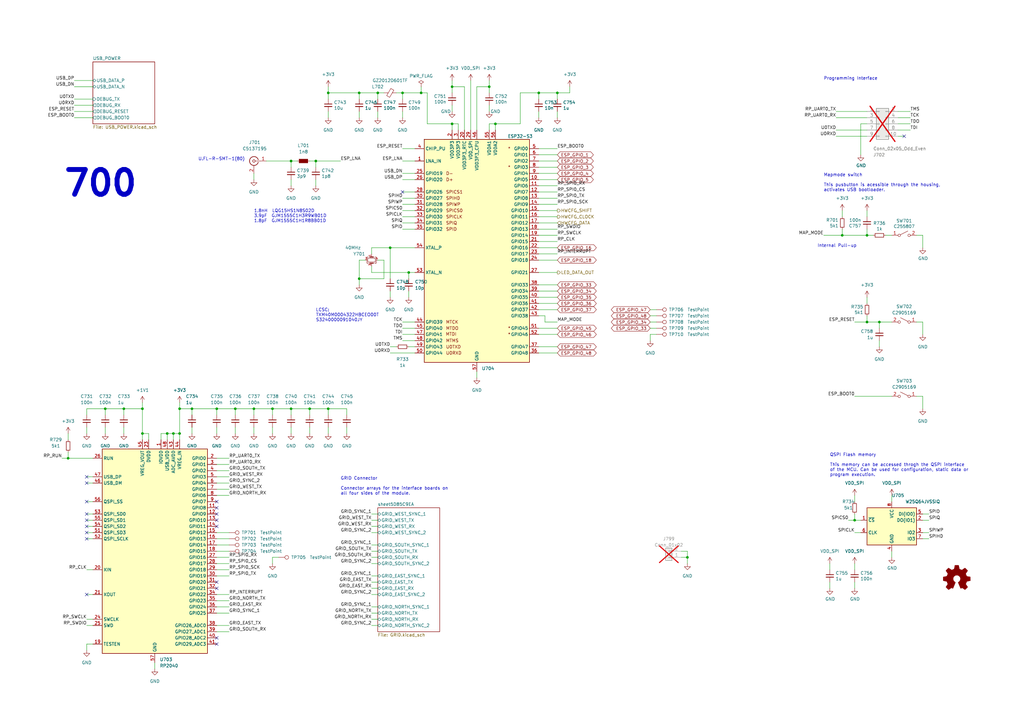
<source format=kicad_sch>
(kicad_sch (version 20231120) (generator "eeschema") (generator_version "8.0")
  (paper "A3")
  (junction (at 88.9 167.64))
  (junction (at 129.54 66.04))
  (junction (at 220.98 38.1))
  (junction (at 71.12 177.8))
  (junction (at 147.32 38.1))
  (junction (at 58.42 177.8))
  (junction (at 172.72 38.1))
  (junction (at 167.64 111.76))
  (junction (at 73.66 177.8))
  (junction (at 147.32 114.3))
  (junction (at 127 167.64))
  (junction (at 73.66 167.64))
  (junction (at 27.94 187.96))
  (junction (at 185.42 50.8))
  (junction (at 350.52 213.36))
  (junction (at 154.94 38.1))
  (junction (at 160.02 101.6))
  (junction (at 355.6 132.08))
  (junction (at 134.62 167.64))
  (junction (at 50.8 167.64))
  (junction (at 119.38 167.64))
  (junction (at 200.66 35.56))
  (junction (at 68.58 177.8))
  (junction (at 96.52 167.64))
  (junction (at 111.76 167.64))
  (junction (at 43.18 167.64))
  (junction (at 104.14 167.64))
  (junction (at 228.6 38.1))
  (junction (at 134.62 38.1))
  (junction (at 58.42 167.64))
  (junction (at 203.2 50.8))
  (junction (at 185.42 35.56))
  (junction (at 78.74 167.64))
  (junction (at 355.6 96.52))
  (junction (at 360.68 132.08))
  (junction (at 345.44 96.52))
  (junction (at 281.94 228.6))
  (junction (at 119.38 66.04))
  (junction (at 165.1 38.1))
  (no_connect (at 370.84 55.88))
  (no_connect (at 165.1 78.74))
  (no_connect (at 35.56 210.82))
  (no_connect (at 35.56 205.74))
  (no_connect (at 35.56 213.36))
  (no_connect (at 35.56 243.84))
  (no_connect (at 35.56 220.98))
  (no_connect (at 35.56 215.9))
  (no_connect (at 35.56 218.44))
  (no_connect (at 35.56 198.12))
  (no_connect (at 35.56 195.58))
  (no_connect (at 88.9 264.16))
  (no_connect (at 88.9 261.62))
  (no_connect (at 88.9 238.76))
  (no_connect (at 88.9 241.3))
  (no_connect (at 88.9 215.9))
  (no_connect (at 88.9 213.36))
  (no_connect (at 88.9 210.82))
  (no_connect (at 88.9 208.28))
  (no_connect (at 88.9 205.74))
  (wire (pts (xy 73.66 167.64) (xy 78.74 167.64)))
  (wire (pts (xy 355.6 121.92) (xy 355.6 124.46)))
  (wire (pts (xy 35.56 198.12) (xy 38.1 198.12)))
  (wire (pts (xy 88.9 218.44) (xy 93.98 218.44)))
  (wire (pts (xy 213.36 38.1) (xy 220.98 38.1)))
  (wire (pts (xy 119.38 175.26) (xy 119.38 177.8)))
  (wire (pts (xy 58.42 180.34) (xy 58.42 177.8)))
  (wire (pts (xy 27.94 187.96) (xy 38.1 187.96)))
  (wire (pts (xy 165.1 93.98) (xy 170.18 93.98)))
  (wire (pts (xy 203.2 50.8) (xy 203.2 53.34)))
  (wire (pts (xy 360.68 139.7) (xy 360.68 142.24)))
  (wire (pts (xy 167.64 111.76) (xy 167.64 114.3)))
  (wire (pts (xy 228.6 38.1) (xy 220.98 38.1)))
  (wire (pts (xy 73.66 180.34) (xy 73.66 177.8)))
  (wire (pts (xy 154.94 228.6) (xy 152.4 228.6)))
  (wire (pts (xy 127 175.26) (xy 127 177.8)))
  (wire (pts (xy 350.52 162.56) (xy 365.76 162.56)))
  (wire (pts (xy 58.42 177.8) (xy 58.42 167.64)))
  (wire (pts (xy 88.9 231.14) (xy 93.98 231.14)))
  (wire (pts (xy 355.6 93.98) (xy 355.6 96.52)))
  (wire (pts (xy 266.7 134.62) (xy 269.24 134.62)))
  (wire (pts (xy 147.32 38.1) (xy 154.94 38.1)))
  (wire (pts (xy 104.14 175.26) (xy 104.14 177.8)))
  (wire (pts (xy 360.68 132.08) (xy 355.6 132.08)))
  (wire (pts (xy 165.1 137.16) (xy 170.18 137.16)))
  (wire (pts (xy 43.18 167.64) (xy 50.8 167.64)))
  (wire (pts (xy 63.5 271.78) (xy 63.5 274.32)))
  (wire (pts (xy 88.9 226.06) (xy 93.98 226.06)))
  (wire (pts (xy 342.9 53.34) (xy 355.6 53.34)))
  (wire (pts (xy 233.68 35.56) (xy 233.68 38.1)))
  (wire (pts (xy 96.52 170.18) (xy 96.52 167.64)))
  (wire (pts (xy 220.98 106.68) (xy 228.6 106.68)))
  (wire (pts (xy 154.94 218.44) (xy 152.4 218.44)))
  (wire (pts (xy 152.4 104.14) (xy 152.4 101.6)))
  (wire (pts (xy 88.9 220.98) (xy 93.98 220.98)))
  (wire (pts (xy 220.98 63.5) (xy 228.6 63.5)))
  (wire (pts (xy 134.62 45.72) (xy 134.62 48.26)))
  (wire (pts (xy 220.98 119.38) (xy 228.6 119.38)))
  (wire (pts (xy 154.94 106.68) (xy 157.48 106.68)))
  (wire (pts (xy 203.2 50.8) (xy 213.36 50.8)))
  (wire (pts (xy 165.1 86.36) (xy 170.18 86.36)))
  (wire (pts (xy 160.02 101.6) (xy 170.18 101.6)))
  (wire (pts (xy 35.56 195.58) (xy 38.1 195.58)))
  (wire (pts (xy 88.9 246.38) (xy 93.98 246.38)))
  (wire (pts (xy 152.4 111.76) (xy 167.64 111.76)))
  (wire (pts (xy 279.4 228.6) (xy 281.94 228.6)))
  (wire (pts (xy 134.62 175.26) (xy 134.62 177.8)))
  (wire (pts (xy 353.06 50.8) (xy 353.06 63.5)))
  (wire (pts (xy 96.52 175.26) (xy 96.52 177.8)))
  (wire (pts (xy 88.9 248.92) (xy 93.98 248.92)))
  (wire (pts (xy 355.6 86.36) (xy 355.6 88.9)))
  (wire (pts (xy 365.76 203.2) (xy 365.76 205.74)))
  (wire (pts (xy 266.7 132.08) (xy 269.24 132.08)))
  (wire (pts (xy 35.56 210.82) (xy 38.1 210.82)))
  (wire (pts (xy 165.1 38.1) (xy 172.72 38.1)))
  (wire (pts (xy 220.98 144.78) (xy 228.6 144.78)))
  (wire (pts (xy 350.52 203.2) (xy 350.52 205.74)))
  (wire (pts (xy 30.48 40.64) (xy 38.1 40.64)))
  (wire (pts (xy 88.9 187.96) (xy 93.98 187.96)))
  (wire (pts (xy 378.46 162.56) (xy 375.92 162.56)))
  (wire (pts (xy 220.98 88.9) (xy 228.6 88.9)))
  (wire (pts (xy 35.56 220.98) (xy 38.1 220.98)))
  (wire (pts (xy 220.98 101.6) (xy 228.6 101.6)))
  (wire (pts (xy 378.46 218.44) (xy 381 218.44)))
  (wire (pts (xy 154.94 45.72) (xy 154.94 48.26)))
  (wire (pts (xy 35.56 213.36) (xy 38.1 213.36)))
  (wire (pts (xy 172.72 38.1) (xy 175.26 38.1)))
  (wire (pts (xy 88.9 259.08) (xy 93.98 259.08)))
  (wire (pts (xy 337.82 96.52) (xy 345.44 96.52)))
  (wire (pts (xy 35.56 233.68) (xy 38.1 233.68)))
  (wire (pts (xy 195.58 35.56) (xy 195.58 53.34)))
  (wire (pts (xy 104.14 170.18) (xy 104.14 167.64)))
  (wire (pts (xy 165.1 83.82) (xy 170.18 83.82)))
  (wire (pts (xy 147.32 106.68) (xy 149.86 106.68)))
  (wire (pts (xy 220.98 129.54) (xy 223.52 129.54)))
  (wire (pts (xy 88.9 223.52) (xy 93.98 223.52)))
  (wire (pts (xy 167.64 119.38) (xy 167.64 121.92)))
  (wire (pts (xy 68.58 177.8) (xy 71.12 177.8)))
  (wire (pts (xy 187.96 53.34) (xy 187.96 50.8)))
  (wire (pts (xy 345.44 93.98) (xy 345.44 96.52)))
  (wire (pts (xy 350.52 231.14) (xy 350.52 233.68)))
  (wire (pts (xy 154.94 223.52) (xy 152.4 223.52)))
  (wire (pts (xy 172.72 35.56) (xy 172.72 38.1)))
  (wire (pts (xy 88.9 200.66) (xy 93.98 200.66)))
  (wire (pts (xy 378.46 96.52) (xy 378.46 101.6)))
  (wire (pts (xy 167.64 142.24) (xy 170.18 142.24)))
  (wire (pts (xy 223.52 132.08) (xy 228.6 132.08)))
  (wire (pts (xy 111.76 167.64) (xy 119.38 167.64)))
  (wire (pts (xy 152.4 101.6) (xy 160.02 101.6)))
  (wire (pts (xy 35.56 175.26) (xy 35.56 177.8)))
  (wire (pts (xy 165.1 91.44) (xy 170.18 91.44)))
  (wire (pts (xy 154.94 241.3) (xy 152.4 241.3)))
  (wire (pts (xy 58.42 165.1) (xy 58.42 167.64)))
  (wire (pts (xy 228.6 60.96) (xy 220.98 60.96)))
  (wire (pts (xy 147.32 114.3) (xy 147.32 116.84)))
  (wire (pts (xy 134.62 167.64) (xy 142.24 167.64)))
  (wire (pts (xy 220.98 83.82) (xy 228.6 83.82)))
  (wire (pts (xy 109.22 66.04) (xy 119.38 66.04)))
  (wire (pts (xy 30.48 35.56) (xy 38.1 35.56)))
  (wire (pts (xy 88.9 198.12) (xy 93.98 198.12)))
  (wire (pts (xy 350.52 213.36) (xy 347.98 213.36)))
  (wire (pts (xy 88.9 228.6) (xy 93.98 228.6)))
  (wire (pts (xy 38.1 33.02) (xy 30.48 33.02)))
  (wire (pts (xy 35.56 256.54) (xy 38.1 256.54)))
  (wire (pts (xy 375.92 96.52) (xy 378.46 96.52)))
  (wire (pts (xy 350.52 132.08) (xy 355.6 132.08)))
  (wire (pts (xy 213.36 38.1) (xy 213.36 50.8)))
  (wire (pts (xy 88.9 170.18) (xy 88.9 167.64)))
  (wire (pts (xy 378.46 210.82) (xy 381 210.82)))
  (wire (pts (xy 281.94 226.06) (xy 279.4 226.06)))
  (wire (pts (xy 73.66 177.8) (xy 73.66 167.64)))
  (wire (pts (xy 165.1 81.28) (xy 170.18 81.28)))
  (wire (pts (xy 154.94 213.36) (xy 152.4 213.36)))
  (wire (pts (xy 355.6 129.54) (xy 355.6 132.08)))
  (wire (pts (xy 228.6 45.72) (xy 228.6 48.26)))
  (wire (pts (xy 353.06 218.44) (xy 350.52 218.44)))
  (wire (pts (xy 165.1 45.72) (xy 165.1 48.26)))
  (wire (pts (xy 190.5 35.56) (xy 190.5 53.34)))
  (wire (pts (xy 368.3 45.72) (xy 373.38 45.72)))
  (wire (pts (xy 185.42 35.56) (xy 185.42 38.1)))
  (wire (pts (xy 266.7 137.16) (xy 269.24 137.16)))
  (wire (pts (xy 160.02 144.78) (xy 170.18 144.78)))
  (wire (pts (xy 88.9 251.46) (xy 93.98 251.46)))
  (wire (pts (xy 370.84 55.88) (xy 368.3 55.88)))
  (wire (pts (xy 35.56 254) (xy 38.1 254)))
  (wire (pts (xy 165.1 60.96) (xy 170.18 60.96)))
  (wire (pts (xy 142.24 175.26) (xy 142.24 177.8)))
  (wire (pts (xy 43.18 170.18) (xy 43.18 167.64)))
  (wire (pts (xy 88.9 203.2) (xy 93.98 203.2)))
  (wire (pts (xy 129.54 66.04) (xy 127 66.04)))
  (wire (pts (xy 200.66 50.8) (xy 203.2 50.8)))
  (wire (pts (xy 111.76 175.26) (xy 111.76 177.8)))
  (wire (pts (xy 200.66 50.8) (xy 200.66 53.34)))
  (wire (pts (xy 119.38 66.04) (xy 121.92 66.04)))
  (wire (pts (xy 154.94 226.06) (xy 152.4 226.06)))
  (wire (pts (xy 160.02 119.38) (xy 160.02 121.92)))
  (wire (pts (xy 88.9 243.84) (xy 93.98 243.84)))
  (wire (pts (xy 30.48 43.18) (xy 38.1 43.18)))
  (wire (pts (xy 88.9 256.54) (xy 93.98 256.54)))
  (wire (pts (xy 30.48 48.26) (xy 38.1 48.26)))
  (wire (pts (xy 154.94 238.76) (xy 152.4 238.76)))
  (wire (pts (xy 165.1 134.62) (xy 170.18 134.62)))
  (wire (pts (xy 154.94 231.14) (xy 152.4 231.14)))
  (wire (pts (xy 378.46 167.64) (xy 378.46 162.56)))
  (wire (pts (xy 88.9 175.26) (xy 88.9 177.8)))
  (wire (pts (xy 147.32 38.1) (xy 147.32 40.64)))
  (wire (pts (xy 281.94 228.6) (xy 281.94 226.06)))
  (wire (pts (xy 185.42 43.18) (xy 185.42 45.72)))
  (wire (pts (xy 119.38 170.18) (xy 119.38 167.64)))
  (wire (pts (xy 104.14 71.12) (xy 104.14 73.66)))
  (wire (pts (xy 68.58 177.8) (xy 68.58 180.34)))
  (wire (pts (xy 35.56 170.18) (xy 35.56 167.64)))
  (wire (pts (xy 154.94 40.64) (xy 154.94 38.1)))
  (wire (pts (xy 185.42 50.8) (xy 175.26 50.8)))
  (wire (pts (xy 368.3 50.8) (xy 373.38 50.8)))
  (wire (pts (xy 220.98 137.16) (xy 228.6 137.16)))
  (wire (pts (xy 165.1 139.7) (xy 170.18 139.7)))
  (wire (pts (xy 154.94 243.84) (xy 152.4 243.84)))
  (wire (pts (xy 71.12 177.8) (xy 71.12 180.34)))
  (wire (pts (xy 342.9 48.26) (xy 355.6 48.26)))
  (wire (pts (xy 88.9 233.68) (xy 93.98 233.68)))
  (wire (pts (xy 160.02 142.24) (xy 162.56 142.24)))
  (wire (pts (xy 378.46 132.08) (xy 375.92 132.08)))
  (wire (pts (xy 154.94 236.22) (xy 152.4 236.22)))
  (wire (pts (xy 233.68 38.1) (xy 228.6 38.1)))
  (wire (pts (xy 35.56 167.64) (xy 43.18 167.64)))
  (wire (pts (xy 88.9 190.5) (xy 93.98 190.5)))
  (wire (pts (xy 342.9 45.72) (xy 355.6 45.72)))
  (wire (pts (xy 340.36 241.3) (xy 340.36 238.76)))
  (wire (pts (xy 60.96 180.34) (xy 60.96 177.8)))
  (wire (pts (xy 281.94 231.14) (xy 281.94 228.6)))
  (wire (pts (xy 96.52 167.64) (xy 104.14 167.64)))
  (wire (pts (xy 104.14 167.64) (xy 111.76 167.64)))
  (wire (pts (xy 27.94 185.42) (xy 27.94 187.96)))
  (wire (pts (xy 190.5 35.56) (xy 185.42 35.56)))
  (wire (pts (xy 220.98 38.1) (xy 220.98 40.64)))
  (wire (pts (xy 340.36 231.14) (xy 340.36 233.68)))
  (wire (pts (xy 35.56 215.9) (xy 38.1 215.9)))
  (wire (pts (xy 43.18 175.26) (xy 43.18 177.8)))
  (wire (pts (xy 165.1 88.9) (xy 170.18 88.9)))
  (wire (pts (xy 35.56 264.16) (xy 35.56 266.7)))
  (wire (pts (xy 127 167.64) (xy 134.62 167.64)))
  (wire (pts (xy 200.66 35.56) (xy 200.66 38.1)))
  (wire (pts (xy 154.94 256.54) (xy 152.4 256.54)))
  (wire (pts (xy 170.18 71.12) (xy 165.1 71.12)))
  (wire (pts (xy 152.4 210.82) (xy 154.94 210.82)))
  (wire (pts (xy 220.98 127) (xy 228.6 127)))
  (wire (pts (xy 152.4 111.76) (xy 152.4 109.22)))
  (wire (pts (xy 220.98 78.74) (xy 228.6 78.74)))
  (wire (pts (xy 147.32 45.72) (xy 147.32 48.26)))
  (wire (pts (xy 365.76 228.6) (xy 365.76 226.06)))
  (wire (pts (xy 220.98 93.98) (xy 228.6 93.98)))
  (wire (pts (xy 185.42 33.02) (xy 185.42 35.56)))
  (wire (pts (xy 134.62 170.18) (xy 134.62 167.64)))
  (wire (pts (xy 345.44 96.52) (xy 355.6 96.52)))
  (wire (pts (xy 154.94 248.92) (xy 152.4 248.92)))
  (wire (pts (xy 154.94 251.46) (xy 152.4 251.46)))
  (wire (pts (xy 50.8 167.64) (xy 58.42 167.64)))
  (wire (pts (xy 142.24 170.18) (xy 142.24 167.64)))
  (wire (pts (xy 220.98 71.12) (xy 228.6 71.12)))
  (wire (pts (xy 88.9 167.64) (xy 96.52 167.64)))
  (wire (pts (xy 378.46 213.36) (xy 381 213.36)))
  (wire (pts (xy 88.9 236.22) (xy 93.98 236.22)))
  (wire (pts (xy 165.1 78.74) (xy 170.18 78.74)))
  (wire (pts (xy 175.26 38.1) (xy 175.26 50.8)))
  (wire (pts (xy 35.56 243.84) (xy 38.1 243.84)))
  (wire (pts (xy 195.58 35.56) (xy 200.66 35.56)))
  (wire (pts (xy 88.9 193.04) (xy 93.98 193.04)))
  (wire (pts (xy 193.04 33.02) (xy 193.04 53.34)))
  (wire (pts (xy 220.98 134.62) (xy 228.6 134.62)))
  (wire (pts (xy 378.46 220.98) (xy 381 220.98)))
  (wire (pts (xy 129.54 66.04) (xy 139.7 66.04)))
  (wire (pts (xy 30.48 45.72) (xy 38.1 45.72)))
  (wire (pts (xy 220.98 81.28) (xy 228.6 81.28)))
  (wire (pts (xy 353.06 50.8) (xy 355.6 50.8)))
  (wire (pts (xy 25.4 187.96) (xy 27.94 187.96)))
  (wire (pts (xy 266.7 129.54) (xy 269.24 129.54)))
  (wire (pts (xy 119.38 66.04) (xy 119.38 68.58)))
  (wire (pts (xy 228.6 38.1) (xy 228.6 40.64)))
  (wire (pts (xy 373.38 48.26) (xy 368.3 48.26)))
  (wire (pts (xy 50.8 167.64) (xy 50.8 170.18)))
  (wire (pts (xy 170.18 73.66) (xy 165.1 73.66)))
  (wire (pts (xy 157.48 114.3) (xy 147.32 114.3)))
  (wire (pts (xy 147.32 114.3) (xy 147.32 106.68)))
  (wire (pts (xy 129.54 68.58) (xy 129.54 66.04)))
  (wire (pts (xy 35.56 205.74) (xy 38.1 205.74)))
  (wire (pts (xy 160.02 101.6) (xy 160.02 114.3)))
  (wire (pts (xy 220.98 86.36) (xy 228.6 86.36)))
  (wire (pts (xy 373.38 53.34) (xy 368.3 53.34)))
  (wire (pts (xy 78.74 175.26) (xy 78.74 177.8)))
  (wire (pts (xy 220.98 116.84) (xy 228.6 116.84)))
  (wire (pts (xy 71.12 177.8) (xy 73.66 177.8)))
  (wire (pts (xy 220.98 68.58) (xy 228.6 68.58)))
  (wire (pts (xy 345.44 86.36) (xy 345.44 88.9)))
  (wire (pts (xy 134.62 35.56) (xy 134.62 38.1)))
  (wire (pts (xy 350.52 241.3) (xy 350.52 238.76)))
  (wire (pts (xy 200.66 33.02) (xy 200.66 35.56)))
  (wire (pts (xy 266.7 139.7) (xy 266.7 137.16)))
  (wire (pts (xy 220.98 96.52) (xy 228.6 96.52)))
  (wire (pts (xy 195.58 152.4) (xy 195.58 154.94)))
  (wire (pts (xy 365.76 132.08) (xy 360.68 132.08)))
  (wire (pts (xy 220.98 111.76) (xy 228.6 111.76)))
  (wire (pts (xy 78.74 167.64) (xy 88.9 167.64)))
  (wire (pts (xy 127 170.18) (xy 127 167.64)))
  (wire (pts (xy 119.38 73.66) (xy 119.38 76.2)))
  (wire (pts (xy 165.1 66.04) (xy 170.18 66.04)))
  (wire (pts (xy 220.98 142.24) (xy 228.6 142.24)))
  (wire (pts (xy 355.6 96.52) (xy 358.14 96.52)))
  (wire (pts (xy 88.9 195.58) (xy 93.98 195.58)))
  (wire (pts (xy 60.96 177.8) (xy 58.42 177.8)))
  (wire (pts (xy 50.8 175.26) (xy 50.8 177.8)))
  (wire (pts (xy 187.96 50.8) (xy 185.42 50.8)))
  (wire (pts (xy 154.94 38.1) (xy 157.48 38.1)))
  (wire (pts (xy 165.1 38.1) (xy 165.1 40.64)))
  (wire (pts (xy 78.74 167.64) (xy 78.74 170.18)))
  (wire (pts (xy 157.48 106.68) (xy 157.48 114.3)))
  (wire (pts (xy 220.98 73.66) (xy 228.6 73.66)))
  (wire (pts (xy 220.98 99.06) (xy 228.6 99.06)))
  (wire (pts (xy 27.94 177.8) (xy 27.94 180.34)))
  (wire (pts (xy 167.64 111.76) (xy 170.18 111.76)))
  (wire (pts (xy 111.76 170.18) (xy 111.76 167.64)))
  (wire (pts (xy 220.98 45.72) (xy 220.98 48.26)))
  (wire (pts (xy 220.98 124.46) (xy 228.6 124.46)))
  (wire (pts (xy 266.7 127) (xy 269.24 127)))
  (wire (pts (xy 66.04 180.34) (xy 66.04 177.8)))
  (wire (pts (xy 129.54 73.66) (xy 129.54 76.2)))
  (wire (pts (xy 152.4 215.9) (xy 154.94 215.9)))
  (wire (pts (xy 35.56 218.44) (xy 38.1 218.44)))
  (wire (pts (xy 119.38 167.64) (xy 127 167.64)))
  (wire (pts (xy 220.98 66.04) (xy 228.6 66.04)))
  (wire (pts (xy 220.98 91.44) (xy 228.6 91.44)))
  (wire (pts (xy 220.98 121.92) (xy 228.6 121.92)))
  (wire (pts (xy 353.06 213.36) (xy 350.52 213.36)))
  (wire (pts (xy 154.94 254) (xy 152.4 254)))
  (wire (pts (xy 378.46 137.16) (xy 378.46 132.08)))
  (wire (pts (xy 73.66 165.1) (xy 73.66 167.64)))
  (wire (pts (xy 342.9 55.88) (xy 355.6 55.88)))
  (wire (pts (xy 162.56 38.1) (xy 165.1 38.1)))
  (wire (pts (xy 111.76 231.14) (xy 111.76 228.6)))
  (wire (pts (xy 200.66 43.18) (xy 200.66 45.72)))
  (wire (pts (xy 134.62 38.1) (xy 134.62 40.64)))
  (wire (pts (xy 185.42 50.8) (xy 185.42 53.34)))
  (wire (pts (xy 360.68 132.08) (xy 360.68 134.62)))
  (wire (pts (xy 350.52 210.82) (xy 350.52 213.36)))
  (wire (pts (xy 66.04 177.8) (xy 68.58 177.8)))
  (wire (pts (xy 35.56 264.16) (xy 38.1 264.16)))
  (wire (pts (xy 363.22 96.52) (xy 365.76 96.52)))
  (wire (pts (xy 165.1 132.08) (xy 170.18 132.08)))
  (wire (pts (xy 220.98 76.2) (xy 228.6 76.2)))
  (wire (pts (xy 220.98 104.14) (xy 228.6 104.14)))
  (wire (pts (xy 111.76 228.6) (xy 114.3 228.6)))
  (wire (pts (xy 134.62 38.1) (xy 147.32 38.1)))
  (wire (pts (xy 223.52 129.54) (xy 223.52 132.08)))
  (text "Mapmode switch\n\nThis pusbutton is acessible through the housing, \nactivates USB bootloader." (at 337.82 78.74 0) (effects (font (size 1.27 1.27)) (justify left bottom)))
  (text "700" (at 25.4 81.28 0) (effects (font (size 10.16 10.16) (thickness 2.032) (bold yes)) (justify left bottom)))
  (text "LCSC:\nTXM40M0004322HBCEO00T\nS3240000091040JY" (at 129.54 132.08 0) (effects (font (size 1.27 1.27)) (justify left bottom)))
  (text "1.8nH  LQG15HS1N8S02D\n3.9pF  GJM1555C1H3R9WB01D\n1.8pF  GJM1555C1H1R8BB01D" (at 104.14 91.44 0) (effects (font (size 1.27 1.27)) (justify left bottom)))
  (text "QSPI Flash memory\n\nThis memory can be accessed throgh the QSPI interface\nof the MCU. Can be used for configuration, static data or\nprogram execution." (at 340.36 195.58 0) (effects (font (size 1.27 1.27)) (justify left bottom)))
  (text "Internal Pull-up" (at 335.28 101.6 0) (effects (font (size 1.27 1.27)) (justify left bottom)))
  (text "GRID Connector\n\nConnector arrays for the interface boards on \nall four sides of the module." (at 139.7 203.2 0) (effects (font (size 1.27 1.27)) (justify left bottom)))
  (text "U.FL-R-SMT-1(80) " (at 81.28 66.04 0) (effects (font (size 1.27 1.27)) (justify left bottom)))
  (text "Programming Interface\n" (at 337.82 33.02 0) (effects (font (size 1.27 1.27)) (justify left bottom)))
  (label "RP_SPI0_CS" (at 93.98 231.14 0))
  (label "GRID_SYNC_1" (at 152.4 223.52 180))
  (label "GRID_EAST_TX" (at 93.98 256.54 0))
  (label "RP_SPI0_RX" (at 93.98 228.6 0))
  (label "GRID_SOUTH_TX" (at 152.4 226.06 180))
  (label "SPICS0" (at 165.1 86.36 180))
  (label "GRID_SYNC_2" (at 152.4 218.44 180))
  (label "GRID_NORTH_TX" (at 93.98 246.38 0))
  (label "GRID_NORTH_TX" (at 152.4 251.46 180))
  (label "GRID_SYNC_2" (at 152.4 256.54 180))
  (label "MAP_MODE" (at 337.82 96.52 180))
  (label "U0TXD" (at 160.02 142.24 180))
  (label "SPICS0" (at 347.98 213.36 180))
  (label "TMS" (at 165.1 139.7 180))
  (label "TCK" (at 165.1 132.08 180))
  (label "GRID_NORTH_RX" (at 93.98 203.2 0))
  (label "RP_SWCLK" (at 35.56 254 180))
  (label "RP_SPI0_RX" (at 228.6 76.2 0))
  (label "GRID_SYNC_1" (at 152.4 210.82 180))
  (label "SPIQ" (at 165.1 91.44 180))
  (label "RP_SPI0_TX" (at 93.98 236.22 0))
  (label "GRID_SYNC_1" (at 152.4 236.22 180))
  (label "U0RXD" (at 160.02 144.78 180))
  (label "TDO" (at 165.1 134.62 180))
  (label "U0RXD" (at 342.9 55.88 180))
  (label "USB_DP" (at 30.48 33.02 180))
  (label "GRID_SOUTH_RX" (at 93.98 259.08 0))
  (label "GRID_SYNC_2" (at 152.4 243.84 180))
  (label "SPIQ" (at 381 213.36 0))
  (label "RP_SPI0_TX" (at 228.6 81.28 0))
  (label "GRID_WEST_RX" (at 152.4 215.9 180))
  (label "GRID_WEST_RX" (at 93.98 195.58 0))
  (label "RP_SWDIO" (at 228.6 93.98 0))
  (label "RP_SWDIO" (at 35.56 256.54 180))
  (label "RP_CLK" (at 35.56 233.68 180))
  (label "RP_SWCLK" (at 228.6 96.52 0))
  (label "RP_SPI0_SCK" (at 93.98 233.68 0))
  (label "RP_UART0_TX" (at 93.98 187.96 0))
  (label "SPID" (at 165.1 93.98 180))
  (label "U0TXD" (at 342.9 53.34 180))
  (label "SPID" (at 381 210.82 0))
  (label "ESP_BOOT0" (at 228.6 60.96 0))
  (label "TDO" (at 373.38 50.8 0))
  (label "TDI" (at 165.1 137.16 180))
  (label "GRID_WEST_TX" (at 93.98 200.66 0))
  (label "RP_INTERRUPT" (at 228.6 104.14 0))
  (label "USB_DN" (at 30.48 35.56 180))
  (label "RP_SPI0_SCK" (at 228.6 83.82 0))
  (label "GRID_EAST_RX" (at 93.98 248.92 0))
  (label "USB_DN" (at 165.1 71.12 180))
  (label "SPIHD" (at 165.1 81.28 180))
  (label "ESP_RESET" (at 165.1 60.96 180))
  (label "TMS" (at 373.38 45.72 0))
  (label "SPIHD" (at 381 220.98 0))
  (label "ESP_LNA" (at 139.7 66.04 0))
  (label "ESP_BOOT0" (at 350.52 162.56 180))
  (label "RP_UART0_TX" (at 342.9 45.72 180))
  (label "RP_INTERRUPT" (at 93.98 243.84 0))
  (label "ESP_BOOT0" (at 30.48 48.26 180))
  (label "GRID_EAST_RX" (at 152.4 241.3 180))
  (label "USB_DP" (at 165.1 73.66 180))
  (label "U0RXD" (at 30.48 43.18 180))
  (label "GRID_SOUTH_TX" (at 93.98 193.04 0))
  (label "GRID_EAST_TX" (at 152.4 238.76 180))
  (label "SPICLK" (at 350.52 218.44 180))
  (label "RP_SPI0_CS" (at 228.6 78.74 0))
  (label "RP_UART0_RX" (at 342.9 48.26 180))
  (label "TCK" (at 373.38 48.26 0))
  (label "RP_RUN" (at 25.4 187.96 180))
  (label "ESP_RESET" (at 30.48 45.72 180))
  (label "RP_CLK" (at 228.6 99.06 0))
  (label "TDI" (at 373.38 53.34 0))
  (label "GRID_SYNC_1" (at 93.98 251.46 0))
  (label "ESP_RESET" (at 350.52 132.08 180))
  (label "GRID_SOUTH_RX" (at 152.4 228.6 180))
  (label "SPIWP" (at 165.1 83.82 180))
  (label "MAP_MODE" (at 228.6 132.08 0))
  (label "SPICLK" (at 165.1 88.9 180))
  (label "ESP_LNA" (at 165.1 66.04 180))
  (label "GRID_SYNC_1" (at 152.4 248.92 180))
  (label "RP_UART0_RX" (at 93.98 190.5 0))
  (label "U0TXD" (at 30.48 40.64 180))
  (label "SPIWP" (at 381 218.44 0))
  (label "GRID_NORTH_RX" (at 152.4 254 180))
  (label "GRID_SYNC_2" (at 93.98 198.12 0))
  (label "GRID_SYNC_2" (at 152.4 231.14 180))
  (label "GRID_WEST_TX" (at 152.4 213.36 180))
  (global_label "ESP_GPIO_33" (shape bidirectional) (at 228.6 116.84 0) (property "Intersheetrefs" "${INTERSHEET_REFS}" (effects (hide yes))))
  (global_label "ESP_GPIO_16" (shape bidirectional) (at 228.6 101.6 0) (property "Intersheetrefs" "${INTERSHEET_REFS}" (effects (hide yes))))
  (global_label "ESP_GPIO_34" (shape bidirectional) (at 266.7 132.08 180) (property "Intersheetrefs" "${INTERSHEET_REFS}" (effects (hide yes))))
  (global_label "ESP_GPIO_47" (shape bidirectional) (at 266.7 127 180) (property "Intersheetrefs" "${INTERSHEET_REFS}" (effects (hide yes))))
  (global_label "ESP_GPIO_48" (shape bidirectional) (at 228.6 144.78 0) (property "Intersheetrefs" "${INTERSHEET_REFS}" (effects (hide yes))))
  (global_label "ESP_GPIO_2" (shape bidirectional) (at 228.6 66.04 0) (property "Intersheetrefs" "${INTERSHEET_REFS}" (effects (hide yes))))
  (global_label "ESP_GPIO_4" (shape bidirectional) (at 228.6 71.12 0) (property "Intersheetrefs" "${INTERSHEET_REFS}" (effects (hide yes))))
  (global_label "ESP_GPIO_1" (shape bidirectional) (at 228.6 63.5 0) (property "Intersheetrefs" "${INTERSHEET_REFS}" (effects (hide yes))))
  (global_label "ESP_GPIO_45" (shape bidirectional) (at 228.6 134.62 0) (property "Intersheetrefs" "${INTERSHEET_REFS}" (effects (hide yes))))
  (global_label "ESP_GPIO_36" (shape bidirectional) (at 228.6 124.46 0) (property "Intersheetrefs" "${INTERSHEET_REFS}" (effects (hide yes))))
  (global_label "ESP_GPIO_18" (shape bidirectional) (at 228.6 106.68 0) (property "Intersheetrefs" "${INTERSHEET_REFS}" (effects (hide yes))))
  (global_label "ESP_GPIO_5" (shape bidirectional) (at 228.6 73.66 0) (property "Intersheetrefs" "${INTERSHEET_REFS}" (effects (hide yes))))
  (global_label "ESP_GPIO_46" (shape bidirectional) (at 228.6 137.16 0) (property "Intersheetrefs" "${INTERSHEET_REFS}" (effects (hide yes))))
  (global_label "ESP_GPIO_48" (shape bidirectional) (at 266.7 129.54 180) (property "Intersheetrefs" "${INTERSHEET_REFS}" (effects (hide yes))))
  (global_label "ESP_GPIO_33" (shape bidirectional) (at 266.7 134.62 180) (property "Intersheetrefs" "${INTERSHEET_REFS}" (effects (hide yes))))
  (global_label "ESP_GPIO_35" (shape bidirectional) (at 228.6 121.92 0) (property "Intersheetrefs" "${INTERSHEET_REFS}" (effects (hide yes))))
  (global_label "ESP_GPIO_34" (shape bidirectional) (at 228.6 119.38 0) (property "Intersheetrefs" "${INTERSHEET_REFS}" (effects (hide yes))))
  (global_label "ESP_GPIO_3" (shape bidirectional) (at 228.6 68.58 0) (property "Intersheetrefs" "${INTERSHEET_REFS}" (effects (hide yes))))
  (global_label "ESP_GPIO_47" (shape bidirectional) (at 228.6 142.24 0) (property "Intersheetrefs" "${INTERSHEET_REFS}" (effects (hide yes))))
  (global_label "ESP_GPIO_37" (shape bidirectional) (at 228.6 127 0) (property "Intersheetrefs" "${INTERSHEET_REFS}" (effects (hide yes))))
  (hierarchical_label "HWCFG_CLOCK" (shape output) (at 228.6 88.9 0))
  (hierarchical_label "HWCFG_DATA" (shape input) (at 228.6 91.44 0))
  (hierarchical_label "HWCFG_SHIFT" (shape output) (at 228.6 86.36 0))
  (hierarchical_label "LED_DATA_OUT" (shape output) (at 228.6 111.76 0))
  (symbol (lib_id "suku_basics:U_FLASH_W25Q16JVSSIQ") (at 365.76 215.9 0) (unit 1)
    (property "Reference" "U705" (at 368.3 203.2 0))
    (property "Value" "W25Q64JVSSIQ" (at 378.46 205.74 0))
    (property "Footprint" "suku_basics:SOIC-8W_FLASH" (effects (hide yes)))
    (property "Datasheet" "http://www.winbond.com/resource-files/w25q32jv%20revg%2003272018%20plus.pdf" (effects (hide yes)))
  )
  (symbol (lib_id "suku_basics:CAP") (at 350.52 236.22 0) (unit 1)
    (property "Reference" "C756" (at 352.8568 235.0516 0) (effects (justify left)))
    (property "Value" "100n" (at 352.8568 237.363 0) (effects (justify left)))
    (property "Footprint" "suku_basics:CAP_0402" (effects (hide yes)))
  )
  (symbol (lib_id "power:GND") (at 365.76 228.6 0) (unit 1)
    (property "Reference" "#PWR0843" (effects (hide yes)))
    (property "Value" "GND" (at 365.887 232.9942 0))
  )
  (symbol (lib_id "power:GND") (at 350.52 241.3 0) (unit 1)
    (property "Reference" "#PWR0838" (effects (hide yes)))
    (property "Value" "GND" (at 350.647 245.6942 0))
  )
  (symbol (lib_id "Switch:SW_SPST") (at 370.84 96.52 0) (unit 1)
    (property "Reference" "SW701" (at 370.84 90.551 0))
    (property "Value" "C255807" (at 370.84 92.8624 0))
    (property "Footprint" "suku_basics:SW_HYP_MAPMODE" (effects (hide yes)))
  )
  (symbol (lib_id "suku_basics:RES") (at 360.68 96.52 270) (unit 1)
    (property "Reference" "R736" (at 360.68 91.5416 90))
    (property "Value" "1k" (at 360.68 93.853 90))
    (property "Footprint" "suku_basics:RES_0402" (effects (hide yes)))
  )
  (symbol (lib_id "power:GND") (at 378.46 101.6 0) (unit 1)
    (property "Reference" "#PWR0844" (effects (hide yes)))
    (property "Value" "GND" (at 378.587 105.9942 0))
  )
  (symbol (lib_id "suku_basics:CAP") (at 355.6 91.44 180) (unit 1)
    (property "Reference" "C757" (at 353.2632 92.6084 0) (effects (justify left)))
    (property "Value" "100n" (at 353.2632 90.297 0) (effects (justify left)))
    (property "Footprint" "suku_basics:CAP_0402" (effects (hide yes)))
  )
  (symbol (lib_id "Connector:TestPoint") (at 269.24 137.16 270) (unit 1)
    (property "Reference" "TP710" (at 274.32 137.16 90) (effects (justify left)))
    (property "Value" "TestPoint" (at 281.94 137.16 90) (effects (justify left)))
    (property "Footprint" "TestPoint:TestPoint_Pad_1.0x1.0mm" (effects (hide yes)))
  )
  (symbol (lib_id "Connector:TestPoint") (at 93.98 226.06 270) (unit 1)
    (property "Reference" "TP704" (at 99.06 226.06 90) (effects (justify left)))
    (property "Value" "TestPoint" (at 106.68 226.06 90) (effects (justify left)))
    (property "Footprint" "TestPoint:TestPoint_Pad_D1.0mm" (effects (hide yes)))
  )
  (symbol (lib_id "suku_basics:CAP") (at 142.24 172.72 0) (unit 1)
    (property "Reference" "C745" (at 139.7 162.56 0) (effects (justify left)))
    (property "Value" "100n" (at 139.7 165.1 0) (effects (justify left)))
    (property "Footprint" "suku_basics:CAP_0402" (effects (hide yes)))
  )
  (symbol (lib_id "suku_basics:CAP") (at 200.66 40.64 0) (unit 1)
    (property "Reference" "C752" (at 202.9968 39.4716 0) (effects (justify left)))
    (property "Value" "100n" (at 202.9968 41.783 0) (effects (justify left)))
    (property "Footprint" "suku_basics:CAP_0402" (effects (hide yes)))
  )
  (symbol (lib_id "power:GND") (at 63.5 274.32 0) (unit 1)
    (property "Reference" "#PWR0799" (effects (hide yes)))
    (property "Value" "GND" (at 63.5 279.4 0))
  )
  (symbol (lib_id "power:GND") (at 43.18 177.8 0) (unit 1)
    (property "Reference" "#PWR0796" (effects (hide yes)))
    (property "Value" "GND" (at 43.18 182.88 0))
  )
  (symbol (lib_id "power:+3V3") (at 355.6 121.92 0) (unit 1)
    (property "Reference" "#PWR0835" (effects (hide yes)))
    (property "Value" "+3V3" (at 355.6 116.84 0))
  )
  (symbol (lib_id "suku_basics:VDD_SPI") (at 365.76 203.2 0) (unit 1)
    (property "Reference" "#PWR0842" (effects (hide yes)))
    (property "Value" "VDD_SPI" (at 365.76 198.12 0))
  )
  (symbol (lib_id "suku_basics:CAP") (at 111.76 172.72 0) (unit 1)
    (property "Reference" "C738" (at 109.22 162.56 0) (effects (justify left)))
    (property "Value" "100n" (at 109.22 165.1 0) (effects (justify left)))
    (property "Footprint" "suku_basics:CAP_0402" (effects (hide yes)))
  )
  (symbol (lib_id "suku_basics:RP2040") (at 63.5 226.06 0) (unit 1)
    (property "Reference" "U703" (at 65.5194 270.51 0) (effects (justify left)))
    (property "Value" "RP2040" (at 65.5194 273.05 0) (effects (justify left)))
    (property "Footprint" "suku_basics:RP2040_QFN-56-1EP_7x7mm_P0.4mm_EP3.2x3.2mm" (effects (hide yes)))
    (property "Datasheet" "https://datasheets.raspberrypi.com/rp2040/rp2040-datasheet.pdf" (effects (hide yes)))
  )
  (symbol (lib_id "power:GND") (at 195.58 154.94 0) (unit 1)
    (property "Reference" "#PWR0825" (effects (hide yes)))
    (property "Value" "GND" (at 195.58 160.02 0))
  )
  (symbol (lib_id "Connector:TestPoint") (at 93.98 223.52 270) (unit 1)
    (property "Reference" "TP703" (at 99.06 223.52 90) (effects (justify left)))
    (property "Value" "TestPoint" (at 106.68 223.52 90) (effects (justify left)))
    (property "Footprint" "TestPoint:TestPoint_Pad_D1.0mm" (effects (hide yes)))
  )
  (symbol (lib_id "suku_basics:CAP") (at 165.1 43.18 0) (unit 1)
    (property "Reference" "C749" (at 167.4368 42.0116 0) (effects (justify left)))
    (property "Value" "100n" (at 167.4368 44.323 0) (effects (justify left)))
    (property "Footprint" "suku_basics:CAP_0402" (effects (hide yes)))
  )
  (symbol (lib_id "power:GND") (at 35.56 266.7 0) (unit 1)
    (property "Reference" "#PWR0795" (effects (hide yes)))
    (property "Value" "GND" (at 35.56 271.78 0))
  )
  (symbol (lib_id "Switch:SW_SPST") (at 370.84 132.08 0) (mirror y) (unit 1)
    (property "Reference" "SW702" (at 370.84 125.73 0))
    (property "Value" "C2905169" (at 370.84 128.27 0))
    (property "Footprint" "suku_basics:SW_SPST_CK_RS282G05A3" (effects (hide yes)))
  )
  (symbol (lib_id "suku_basics:CAP") (at 78.74 172.72 0) (unit 1)
    (property "Reference" "C734" (at 76.2 162.56 0) (effects (justify left)))
    (property "Value" "1u" (at 76.2 165.1 0) (effects (justify left)))
    (property "Footprint" "suku_basics:CAP_0402" (effects (hide yes)))
  )
  (symbol (lib_id "power:GND") (at 340.36 241.3 0) (unit 1)
    (property "Reference" "#PWR0834" (effects (hide yes)))
    (property "Value" "GND" (at 340.487 245.6942 0))
  )
  (symbol (lib_id "suku_basics:CAP") (at 35.56 172.72 0) (unit 1)
    (property "Reference" "C731" (at 33.02 162.56 0) (effects (justify left)))
    (property "Value" "100n" (at 33.02 165.1 0) (effects (justify left)))
    (property "Footprint" "suku_basics:CAP_0402" (effects (hide yes)))
  )
  (symbol (lib_id "suku_basics:INDUCTOR") (at 124.46 66.04 90) (unit 1)
    (property "Reference" "L701" (at 124.46 59.69 90))
    (property "Value" "1n8" (at 124.46 62.23 90))
    (property "Footprint" "suku_basics:IND_0402" (effects (hide yes)))
  )
  (symbol (lib_id "suku_basics:CAP") (at 147.32 43.18 0) (unit 1)
    (property "Reference" "C746" (at 149.6568 42.0116 0) (effects (justify left)))
    (property "Value" "1u" (at 149.6568 44.323 0) (effects (justify left)))
    (property "Footprint" "suku_basics:CAP_0402" (effects (hide yes)))
  )
  (symbol (lib_id "power:GND") (at 134.62 177.8 0) (unit 1)
    (property "Reference" "#PWR0814" (effects (hide yes)))
    (property "Value" "GND" (at 134.62 182.88 0))
  )
  (symbol (lib_id "power:GND") (at 165.1 48.26 0) (unit 1)
    (property "Reference" "#PWR0820" (effects (hide yes)))
    (property "Value" "GND" (at 165.1 53.34 0))
  )
  (symbol (lib_id "Connector:TestPoint") (at 269.24 132.08 270) (unit 1)
    (property "Reference" "TP708" (at 274.32 132.08 90) (effects (justify left)))
    (property "Value" "TestPoint" (at 281.94 132.08 90) (effects (justify left)))
    (property "Footprint" "TestPoint:TestPoint_Pad_D1.0mm" (effects (hide yes)))
  )
  (symbol (lib_id "Connector:TestPoint") (at 269.24 129.54 270) (unit 1)
    (property "Reference" "TP707" (at 274.32 129.54 90) (effects (justify left)))
    (property "Value" "TestPoint" (at 281.94 129.54 90) (effects (justify left)))
    (property "Footprint" "TestPoint:TestPoint_Pad_D1.0mm" (effects (hide yes)))
  )
  (symbol (lib_id "power:GND") (at 104.14 177.8 0) (unit 1)
    (property "Reference" "#PWR0805" (effects (hide yes)))
    (property "Value" "GND" (at 104.14 182.88 0))
  )
  (symbol (lib_id "power:GND") (at 147.32 116.84 0) (unit 1)
    (property "Reference" "#PWR0817" (effects (hide yes)))
    (property "Value" "GND" (at 147.32 121.92 0))
  )
  (symbol (lib_id "suku_basics:OSHWA") (at 392.43 237.49 0) (unit 1) (in_bom no)
    (property "Reference" "LOGO701" (effects (hide yes)))
    (property "Value" "OSHWA" (effects (hide yes)))
    (property "Footprint" "suku_basics:OSHWA" (effects (hide yes)))
  )
  (symbol (lib_id "suku_basics:CAP") (at 119.38 172.72 0) (unit 1)
    (property "Reference" "C740" (at 116.84 162.56 0) (effects (justify left)))
    (property "Value" "100n" (at 116.84 165.1 0) (effects (justify left)))
    (property "Footprint" "suku_basics:CAP_0402" (effects (hide yes)))
  )
  (symbol (lib_id "power:GND") (at 78.74 177.8 0) (unit 1)
    (property "Reference" "#PWR0801" (effects (hide yes)))
    (property "Value" "GND" (at 78.74 182.88 0))
  )
  (symbol (lib_id "power:GND") (at 104.14 73.66 0) (unit 1)
    (property "Reference" "#PWR0804" (effects (hide yes)))
    (property "Value" "GND" (at 104.14 78.74 0))
  )
  (symbol (lib_id "power:GND") (at 200.66 45.72 0) (unit 1)
    (property "Reference" "#PWR0827" (effects (hide yes)))
    (property "Value" "GND" (at 203.2 45.72 0))
  )
  (symbol (lib_id "suku_basics:CAP") (at 167.64 116.84 0) (unit 1)
    (property "Reference" "C750" (at 170.18 115.5762 0) (effects (justify left)))
    (property "Value" "10p" (at 170.18 118.1162 0) (effects (justify left)))
    (property "Footprint" "suku_basics:CAP_0402" (effects (hide yes)))
  )
  (symbol (lib_id "suku_basics:ESP32_XTAL") (at 152.4 106.68 270) (unit 1)
    (property "Reference" "Y701" (at 147.32 104.14 90))
    (property "Value" "40MHz" (at 144.78 101.6 90))
    (property "Footprint" "Crystal:Crystal_SMD_Abracon_ABM8G-4Pin_3.2x2.5mm" (effects (hide yes)))
  )
  (symbol (lib_id "power:GND") (at 142.24 177.8 0) (unit 1)
    (property "Reference" "#PWR0815" (effects (hide yes)))
    (property "Value" "GND" (at 142.24 182.88 0))
  )
  (symbol (lib_id "power:GND") (at 353.06 63.5 0) (unit 1)
    (property "Reference" "#PWR0839" (effects (hide yes)))
    (property "Value" "GND" (at 353.187 67.8942 0))
  )
  (symbol (lib_id "suku_basics:CAP") (at 134.62 43.18 0) (unit 1)
    (property "Reference" "C743" (at 136.9568 42.0116 0) (effects (justify left)))
    (property "Value" "10u" (at 136.9568 44.323 0) (effects (justify left)))
    (property "Footprint" "suku_basics:CAP_0402" (effects (hide yes)))
  )
  (symbol (lib_id "Connector_Generic:Conn_02x05_Odd_Even") (at 360.68 50.8 0) (unit 1) (in_bom no) (dnp yes)
    (property "Reference" "J702" (at 358.14 63.5 0) (effects (justify left)))
    (property "Value" "Conn_02x05_Odd_Even" (at 358.14 60.96 0) (effects (justify left)))
    (property "Footprint" "Connector_PinHeader_1.27mm:PinHeader_2x05_P1.27mm_Vertical" (effects (hide yes)))
  )
  (symbol (lib_id "power:GND") (at 228.6 48.26 0) (unit 1)
    (property "Reference" "#PWR0829" (effects (hide yes)))
    (property "Value" "GND" (at 228.6 53.34 0))
  )
  (symbol (lib_id "power:GND") (at 147.32 48.26 0) (unit 1)
    (property "Reference" "#PWR0816" (effects (hide yes)))
    (property "Value" "GND" (at 147.32 53.34 0))
  )
  (symbol (lib_id "suku_basics:RES") (at 345.44 91.44 0) (mirror y) (unit 1)
    (property "Reference" "R701" (at 343.9414 90.2716 0) (effects (justify left)))
    (property "Value" "5k1" (at 343.9414 92.583 0) (effects (justify left)))
    (property "Footprint" "suku_basics:RES_0402" (effects (hide yes)))
  )
  (symbol (lib_id "power:+3V3") (at 355.6 86.36 0) (unit 1)
    (property "Reference" "#PWR0840" (effects (hide yes)))
    (property "Value" "+3V3" (at 355.6 81.28 0))
  )
  (symbol (lib_id "suku_basics:VDD_SPI") (at 350.52 203.2 0) (unit 1)
    (property "Reference" "#PWR0836" (effects (hide yes)))
    (property "Value" "VDD_SPI" (at 350.52 198.12 0))
  )
  (symbol (lib_id "suku_basics:CAP") (at 129.54 71.12 0) (unit 1)
    (property "Reference" "C742" (at 131.8768 69.9516 0) (effects (justify left)))
    (property "Value" "1p8" (at 131.8768 72.263 0) (effects (justify left)))
    (property "Footprint" "suku_basics:CAP_0402" (effects (hide yes)))
  )
  (symbol (lib_id "suku_basics:CAP") (at 88.9 172.72 0) (unit 1)
    (property "Reference" "C735" (at 86.36 162.56 0) (effects (justify left)))
    (property "Value" "100n" (at 86.36 165.1 0) (effects (justify left)))
    (property "Footprint" "suku_basics:CAP_0402" (effects (hide yes)))
  )
  (symbol (lib_id "Connector_Generic:Conn_01x02") (at 274.32 228.6 180) (unit 1) (in_bom no) (dnp yes)
    (property "Reference" "J799" (at 274.32 220.98 0))
    (property "Value" "Conn_01x02" (at 274.32 223.52 0))
    (property "Footprint" "suku_basics:OscilloscopeGround" (effects (hide yes)))
    (instances (project "PCBA-EF44" (path "" (reference "J799") (unit 1))) (project "MIDI_Host" (path "" (reference "J3") (unit 1))))
  )
  (symbol (lib_id "suku_basics:CAP") (at 50.8 172.72 0) (unit 1)
    (property "Reference" "C733" (at 48.26 162.56 0) (effects (justify left)))
    (property "Value" "1u" (at 48.26 165.1 0) (effects (justify left)))
    (property "Footprint" "suku_basics:CAP_0402" (effects (hide yes)))
  )
  (symbol (lib_id "power:GND") (at 88.9 177.8 0) (unit 1)
    (property "Reference" "#PWR0802" (effects (hide yes)))
    (property "Value" "GND" (at 88.9 182.88 0))
  )
  (symbol (lib_id "power:+3V3") (at 73.66 165.1 0) (unit 1)
    (property "Reference" "#PWR0800" (effects (hide yes)))
    (property "Value" "+3V3" (at 73.66 160.02 0))
  )
  (symbol (lib_id "power:GND") (at 220.98 48.26 0) (unit 1)
    (property "Reference" "#PWR0828" (effects (hide yes)))
    (property "Value" "GND" (at 220.98 53.34 0))
  )
  (symbol (lib_id "power:+3V3") (at 27.94 177.8 0) (unit 1)
    (property "Reference" "#PWR0793" (effects (hide yes)))
    (property "Value" "+3V3" (at 27.94 172.72 0))
  )
  (symbol (lib_id "power:GND") (at 119.38 177.8 0) (unit 1)
    (property "Reference" "#PWR0809" (effects (hide yes)))
    (property "Value" "GND" (at 119.38 182.88 0))
  )
  (symbol (lib_id "power:GND") (at 378.46 137.16 0) (mirror y) (unit 1)
    (property "Reference" "#PWR0845" (effects (hide yes)))
    (property "Value" "GND" (at 378.46 142.24 0))
  )
  (symbol (lib_id "power:GND") (at 96.52 177.8 0) (unit 1)
    (property "Reference" "#PWR0803" (effects (hide yes)))
    (property "Value" "GND" (at 96.52 182.88 0))
  )
  (symbol (lib_id "suku_basics:CAP") (at 154.94 43.18 0) (unit 1)
    (property "Reference" "C747" (at 157.2768 42.0116 0) (effects (justify left)))
    (property "Value" "100n" (at 157.2768 44.323 0) (effects (justify left)))
    (property "Footprint" "suku_basics:CAP_0402" (effects (hide yes)))
  )
  (symbol (lib_id "Connector:TestPoint") (at 114.3 228.6 270) (unit 1)
    (property "Reference" "TP705" (at 119.38 228.6 90) (effects (justify left)))
    (property "Value" "TestPoint" (at 127 228.6 90) (effects (justify left)))
    (property "Footprint" "TestPoint:TestPoint_Pad_1.0x1.0mm" (effects (hide yes)))
  )
  (symbol (lib_id "suku_basics:CAP") (at 43.18 172.72 0) (unit 1)
    (property "Reference" "C732" (at 40.64 162.56 0) (effects (justify left)))
    (property "Value" "100n" (at 40.64 165.1 0) (effects (justify left)))
    (property "Footprint" "suku_basics:CAP_0402" (effects (hide yes)))
  )
  (symbol (lib_id "power:+3V3") (at 200.66 33.02 0) (unit 1)
    (property "Reference" "#PWR0826" (effects (hide yes)))
    (property "Value" "+3V3" (at 200.66 27.94 0))
  )
  (symbol (lib_id "power:GND") (at 127 177.8 0) (unit 1)
    (property "Reference" "#PWR0810" (effects (hide yes)))
    (property "Value" "GND" (at 127 182.88 0))
  )
  (symbol (lib_id "suku_basics:VDD_SPI") (at 193.04 33.02 0) (unit 1)
    (property "Reference" "#PWR0824" (effects (hide yes)))
    (property "Value" "VDD_SPI" (at 193.04 27.94 0))
  )
  (symbol (lib_id "Connector:TestPoint") (at 93.98 220.98 270) (unit 1)
    (property "Reference" "TP702" (at 99.06 220.98 90) (effects (justify left)))
    (property "Value" "TestPoint" (at 106.68 220.98 90) (effects (justify left)))
    (property "Footprint" "TestPoint:TestPoint_Pad_D1.0mm" (effects (hide yes)))
  )
  (symbol (lib_id "power:GND") (at 111.76 177.8 0) (unit 1)
    (property "Reference" "#PWR0806" (effects (hide yes)))
    (property "Value" "GND" (at 111.76 182.88 0))
  )
  (symbol (lib_id "power:GND") (at 266.7 139.7 0) (unit 1)
    (property "Reference" "#PWR0831" (effects (hide yes)))
    (property "Value" "GND" (at 266.7 144.78 0))
  )
  (symbol (lib_id "power:GND") (at 360.68 142.24 0) (mirror y) (unit 1)
    (property "Reference" "#PWR0841" (effects (hide yes)))
    (property "Value" "GND" (at 360.68 147.32 0))
  )
  (symbol (lib_id "power:GND") (at 50.8 177.8 0) (unit 1)
    (property "Reference" "#PWR0797" (effects (hide yes)))
    (property "Value" "GND" (at 50.8 182.88 0))
  )
  (symbol (lib_id "Connector:TestPoint") (at 269.24 127 270) (unit 1)
    (property "Reference" "TP706" (at 274.32 127 90) (effects (justify left)))
    (property "Value" "TestPoint" (at 281.94 127 90) (effects (justify left)))
    (property "Footprint" "TestPoint:TestPoint_Pad_D1.0mm" (effects (hide yes)))
  )
  (symbol (lib_id "suku_basics:CAP") (at 104.14 172.72 0) (unit 1)
    (property "Reference" "C737" (at 101.6 162.56 0) (effects (justify left)))
    (property "Value" "100n" (at 101.6 165.1 0) (effects (justify left)))
    (property "Footprint" "suku_basics:CAP_0402" (effects (hide yes)))
  )
  (symbol (lib_id "power:GND") (at 281.94 231.14 0) (unit 1)
    (property "Reference" "#PWR01058" (effects (hide yes)))
    (property "Value" "GND" (at 281.94 236.22 0))
    (instances (project "PCBA-EF44" (path "" (reference "#PWR01058") (unit 1))) (project "MIDI_Host" (path "" (reference "#PWR094") (unit 1))))
  )
  (symbol (lib_id "suku_basics:CAP") (at 360.68 137.16 0) (mirror y) (unit 1)
    (property "Reference" "C758" (at 358.14 135.8962 0) (effects (justify left)))
    (property "Value" "1u" (at 358.14 138.4362 0) (effects (justify left)))
    (property "Footprint" "suku_basics:CAP_0402" (effects (hide yes)))
  )
  (symbol (lib_id "suku_basics:CAP") (at 220.98 43.18 0) (unit 1)
    (property "Reference" "C753" (at 223.3168 42.0116 0) (effects (justify left)))
    (property "Value" "10n" (at 223.3168 44.323 0) (effects (justify left)))
    (property "Footprint" "suku_basics:CAP_0402" (effects (hide yes)))
  )
  (symbol (lib_id "power:GND") (at 160.02 121.92 0) (unit 1)
    (property "Reference" "#PWR0819" (effects (hide yes)))
    (property "Value" "GND" (at 160.02 127 0))
  )
  (symbol (lib_id "Connector:TestPoint") (at 93.98 218.44 270) (unit 1)
    (property "Reference" "TP701" (at 99.06 218.44 90) (effects (justify left)))
    (property "Value" "TestPoint" (at 106.68 218.44 90) (effects (justify left)))
    (property "Footprint" "TestPoint:TestPoint_Pad_D1.0mm" (effects (hide yes)))
  )
  (symbol (lib_id "power:GND") (at 111.76 231.14 0) (unit 1)
    (property "Reference" "#PWR0807" (effects (hide yes)))
    (property "Value" "GND" (at 111.76 236.22 0))
  )
  (symbol (lib_id "suku_basics:FERRIT") (at 160.02 38.1 270) (unit 1)
    (property "Reference" "L702" (at 154.94 35.56 90))
    (property "Value" "GZ2012D601TF" (at 160.02 33.02 90))
    (property "Footprint" "suku_basics:FERRIT_0805" (effects (hide yes)))
  )
  (symbol (lib_id "suku_basics:CAP") (at 185.42 40.64 0) (mirror y) (unit 1)
    (property "Reference" "C751" (at 183.0832 39.4716 0) (effects (justify left)))
    (property "Value" "100n" (at 183.0832 41.783 0) (effects (justify left)))
    (property "Footprint" "suku_basics:CAP_0402" (effects (hide yes)))
  )
  (symbol (lib_id "power:GND") (at 154.94 48.26 0) (unit 1)
    (property "Reference" "#PWR0818" (effects (hide yes)))
    (property "Value" "GND" (at 154.94 53.34 0))
  )
  (symbol (lib_id "suku_basics:ESP32-S3") (at 195.58 99.06 0) (unit 1)
    (property "Reference" "U704" (at 197.5994 151.13 0) (effects (justify left)))
    (property "Value" "ESP32-S3" (at 213.36 55.88 0))
    (property "Footprint" "suku_basics:QFN-56-1EP_7x7mm_P0.4mm_EP3.2x3.2mm" (effects (hide yes)))
    (property "Datasheet" "https://www.espressif.com/sites/default/files/documentation/esp32-s3_datasheet_en.pdf" (effects (hide yes)))
  )
  (symbol (lib_id "suku_basics:VDD_SPI") (at 340.36 231.14 0) (unit 1)
    (property "Reference" "#PWR0833" (effects (hide yes)))
    (property "Value" "VDD_SPI" (at 340.36 226.06 0))
  )
  (symbol (lib_id "power:GND") (at 35.56 177.8 0) (unit 1)
    (property "Reference" "#PWR0794" (effects (hide yes)))
    (property "Value" "GND" (at 35.56 182.88 0))
  )
  (symbol (lib_id "suku_basics:CAP") (at 340.36 236.22 0) (unit 1)
    (property "Reference" "C755" (at 342.6968 235.0516 0) (effects (justify left)))
    (property "Value" "1u" (at 342.6968 237.363 0) (effects (justify left)))
    (property "Footprint" "suku_basics:CAP_0402" (effects (hide yes)))
  )
  (symbol (lib_id "suku_basics:RES") (at 350.52 208.28 0) (unit 1)
    (property "Reference" "R734" (at 347.98 205.74 0))
    (property "Value" "5k1" (at 347.98 208.28 0))
    (property "Footprint" "suku_basics:RES_0402" (effects (hide yes)))
  )
  (symbol (lib_id "power:GND") (at 378.46 167.64 0) (mirror y) (unit 1)
    (property "Reference" "#PWR0846" (effects (hide yes)))
    (property "Value" "GND" (at 378.46 172.72 0))
  )
  (symbol (lib_id "power:+3V3") (at 345.44 86.36 0) (unit 1)
    (property "Reference" "#PWR01105" (effects (hide yes)))
    (property "Value" "+3V3" (at 345.44 81.28 0))
  )
  (symbol (lib_id "suku_basics:CAP") (at 160.02 116.84 0) (unit 1)
    (property "Reference" "C748" (at 162.56 115.5762 0) (effects (justify left)))
    (property "Value" "10p" (at 162.56 118.1162 0) (effects (justify left)))
    (property "Footprint" "suku_basics:CAP_0402" (effects (hide yes)))
  )
  (symbol (lib_id "power:GND") (at 167.64 121.92 0) (unit 1)
    (property "Reference" "#PWR0821" (effects (hide yes)))
    (property "Value" "GND" (at 167.64 127 0))
  )
  (symbol (lib_id "suku_basics:VDD_SPI") (at 350.52 231.14 0) (unit 1)
    (property "Reference" "#PWR0837" (effects (hide yes)))
    (property "Value" "VDD_SPI" (at 350.52 226.06 0))
  )
  (symbol (lib_id "Switch:SW_SPST") (at 370.84 162.56 0) (mirror y) (unit 1)
    (property "Reference" "SW703" (at 370.84 156.21 0))
    (property "Value" "C2905169" (at 370.84 158.75 0))
    (property "Footprint" "suku_basics:SW_SPST_CK_RS282G05A3" (effects (hide yes)))
  )
  (symbol (lib_id "Connector:TestPoint") (at 269.24 134.62 270) (unit 1)
    (property "Reference" "TP709" (at 274.32 134.62 90) (effects (justify left)))
    (property "Value" "TestPoint" (at 281.94 134.62 90) (effects (justify left)))
    (property "Footprint" "TestPoint:TestPoint_Pad_D1.0mm" (effects (hide yes)))
  )
  (symbol (lib_id "power:+3V3") (at 233.68 35.56 0) (unit 1)
    (property "Reference" "#PWR0830" (effects (hide yes)))
    (property "Value" "+3V3" (at 233.68 30.48 0))
  )
  (symbol (lib_id "power:GND") (at 129.54 76.2 0) (unit 1)
    (property "Reference" "#PWR0811" (effects (hide yes)))
    (property "Value" "GND" (at 129.54 81.28 0))
  )
  (symbol (lib_id "suku_basics:RES") (at 355.6 127 0) (mirror y) (unit 1)
    (property "Reference" "R735" (at 354.1014 125.8316 0) (effects (justify left)))
    (property "Value" "5k1" (at 354.1014 128.143 0) (effects (justify left)))
    (property "Footprint" "suku_basics:RES_0402" (effects (hide yes)))
  )
  (symbol (lib_id "suku_basics:CAP") (at 119.38 71.12 0) (unit 1)
    (property "Reference" "C739" (at 121.7168 69.9516 0) (effects (justify left)))
    (property "Value" "3p9" (at 121.7168 72.263 0) (effects (justify left)))
    (property "Footprint" "suku_basics:CAP_0402" (effects (hide yes)))
  )
  (symbol (lib_id "suku_basics:CAP") (at 134.62 172.72 0) (unit 1)
    (property "Reference" "C744" (at 132.08 162.56 0) (effects (justify left)))
    (property "Value" "100n" (at 132.08 165.1 0) (effects (justify left)))
    (property "Footprint" "suku_basics:CAP_0402" (effects (hide yes)))
  )
  (symbol (lib_id "power:GND") (at 119.38 76.2 0) (unit 1)
    (property "Reference" "#PWR0808" (effects (hide yes)))
    (property "Value" "GND" (at 119.38 81.28 0))
  )
  (symbol (lib_id "power:PWR_FLAG") (at 172.72 35.56 0) (unit 1)
    (property "Reference" "#FLG0701" (effects (hide yes)))
    (property "Value" "PWR_FLAG" (at 172.72 31.1658 0))
  )
  (symbol (lib_id "suku_basics:RES") (at 27.94 182.88 0) (unit 1)
    (property "Reference" "R729" (at 22.86 180.34 0))
    (property "Value" "5k1" (at 22.86 182.88 0))
    (property "Footprint" "suku_basics:RES_0402" (effects (hide yes)))
  )
  (symbol (lib_id "power:+3V3") (at 134.62 35.56 0) (unit 1)
    (property "Reference" "#PWR0812" (effects (hide yes)))
    (property "Value" "+3V3" (at 134.62 30.48 0))
  )
  (symbol (lib_id "power:GND") (at 134.62 48.26 0) (unit 1)
    (property "Reference" "#PWR0813" (effects (hide yes)))
    (property "Value" "GND" (at 134.62 53.34 0))
  )
  (symbol (lib_id "power:GND") (at 185.42 45.72 0) (mirror y) (unit 1)
    (property "Reference" "#PWR0823" (effects (hide yes)))
    (property "Value" "GND" (at 182.88 45.72 0))
  )
  (symbol (lib_id "Connector:Conn_Coaxial") (at 104.14 66.04 0) (mirror y) (unit 1)
    (property "Reference" "J701" (at 104.4574 58.42 0))
    (property "Value" "C5137195" (at 104.4574 60.96 0))
    (property "Footprint" "Connector_Coaxial:U.FL_Molex_MCRF_73412-0110_Vertical" (effects (hide yes)))
    (property "Datasheet" " ~" (effects (hide yes)))
  )
  (symbol (lib_id "power:+3V3") (at 185.42 33.02 0) (unit 1)
    (property "Reference" "#PWR0822" (effects (hide yes)))
    (property "Value" "+3V3" (at 185.42 27.94 0))
  )
  (symbol (lib_id "suku_basics:CAP") (at 127 172.72 0) (unit 1)
    (property "Reference" "C741" (at 124.46 162.56 0) (effects (justify left)))
    (property "Value" "100n" (at 124.46 165.1 0) (effects (justify left)))
    (property "Footprint" "suku_basics:CAP_0402" (effects (hide yes)))
  )
  (symbol (lib_id "power:+1V1") (at 58.42 165.1 0) (unit 1)
    (property "Reference" "#PWR0798" (effects (hide yes)))
    (property "Value" "+1V1" (at 58.42 160.02 0))
  )
  (symbol (lib_id "suku_basics:CAP") (at 228.6 43.18 0) (unit 1)
    (property "Reference" "C754" (at 230.9368 42.0116 0) (effects (justify left)))
    (property "Value" "1u" (at 230.9368 44.323 0) (effects (justify left)))
    (property "Footprint" "suku_basics:CAP_0402" (effects (hide yes)))
  )
  (symbol (lib_id "suku_basics:RES") (at 165.1 142.24 270) (unit 1)
    (property "Reference" "R733" (at 165.1 147.32 90))
    (property "Value" "1k" (at 165.1 149.86 90))
    (property "Footprint" "suku_basics:RES_0402" (effects (hide yes)))
  )
  (symbol (lib_id "suku_basics:CAP") (at 96.52 172.72 0) (unit 1)
    (property "Reference" "C736" (at 93.98 162.56 0) (effects (justify left)))
    (property "Value" "100n" (at 93.98 165.1 0) (effects (justify left)))
    (property "Footprint" "suku_basics:CAP_0402" (effects (hide yes)))
  )
  (sheet (at 154.94 208.28) (size 25.4 50.8)
    (property "Sheetname" "sheet5D85C9EA" (at 154.94 207.5684 0) (effects (justify left bottom)))
    (property "Sheetfile" "GRID.kicad_sch" (at 154.94 259.6646 0) (effects (justify left top)))
    (pin "GRID_WEST_SYNC_1" bidirectional (at 154.94 210.82 180))
    (pin "GRID_WEST_TX" bidirectional (at 154.94 213.36 180))
    (pin "GRID_WEST_RX" bidirectional (at 154.94 215.9 180))
    (pin "GRID_WEST_SYNC_2" bidirectional (at 154.94 218.44 180))
    (pin "GRID_EAST_SYNC_1" bidirectional (at 154.94 236.22 180))
    (pin "GRID_EAST_TX" bidirectional (at 154.94 238.76 180))
    (pin "GRID_EAST_RX" bidirectional (at 154.94 241.3 180))
    (pin "GRID_EAST_SYNC_2" bidirectional (at 154.94 243.84 180))
    (pin "GRID_NORTH_SYNC_1" bidirectional (at 154.94 248.92 180))
    (pin "GRID_NORTH_TX" bidirectional (at 154.94 251.46 180))
    (pin "GRID_NORTH_RX" bidirectional (at 154.94 254 180))
    (pin "GRID_NORTH_SYNC_2" bidirectional (at 154.94 256.54 180))
    (pin "GRID_SOUTH_SYNC_1" bidirectional (at 154.94 223.52 180))
    (pin "GRID_SOUTH_TX" bidirectional (at 154.94 226.06 180))
    (pin "GRID_SOUTH_RX" bidirectional (at 154.94 228.6 180))
    (pin "GRID_SOUTH_SYNC_2" bidirectional (at 154.94 231.14 180))
  )
  (sheet (at 38.1 25.4) (size 25.4 25.4)
    (property "Sheetname" "USB_POWER" (at 38.1 24.6884 0) (effects (justify left bottom)))
    (property "Sheetfile" "USB_POWER.kicad_sch" (at 38.1 51.3846 0) (effects (justify left top)))
    (pin "USB_DATA_P" bidirectional (at 38.1 33.02 180))
    (pin "USB_DATA_N" bidirectional (at 38.1 35.56 180))
    (pin "DEBUG_TX" input (at 38.1 40.64 180))
    (pin "DEBUG_RX" output (at 38.1 43.18 180))
    (pin "DEBUG_RESET" output (at 38.1 45.72 180))
    (pin "DEBUG_BOOT0" output (at 38.1 48.26 180))
  )
)
</source>
